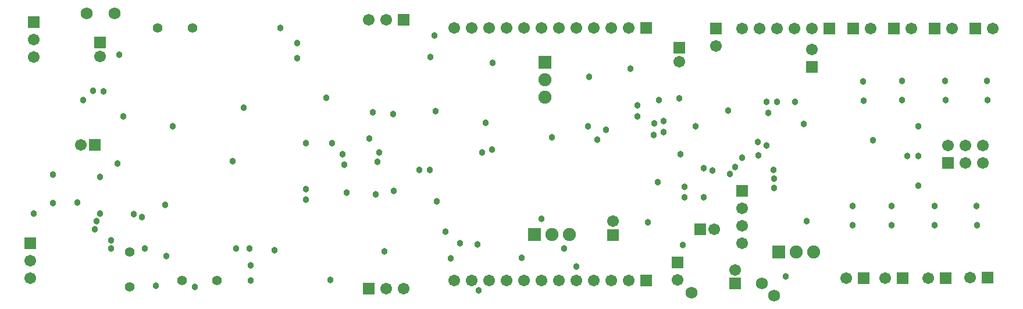
<source format=gbs>
G04*
G04 #@! TF.GenerationSoftware,Altium Limited,Altium Designer,18.1.9 (240)*
G04*
G04 Layer_Color=16711935*
%FSLAX25Y25*%
%MOIN*%
G70*
G01*
G75*
%ADD31C,0.06800*%
%ADD32C,0.07493*%
%ADD33R,0.07493X0.07493*%
%ADD34R,0.06706X0.06706*%
%ADD35C,0.06706*%
%ADD36R,0.06706X0.06706*%
%ADD37R,0.07493X0.07493*%
%ADD38C,0.05524*%
%ADD39C,0.03800*%
D31*
X59000Y170000D02*
D03*
X43000D02*
D03*
X389350Y10000D02*
D03*
X437000Y8264D02*
D03*
X429783Y15264D02*
D03*
D32*
X459500Y33264D02*
D03*
X449500D02*
D03*
X319500Y43264D02*
D03*
X309500D02*
D03*
X305500Y121843D02*
D03*
Y131843D02*
D03*
D33*
X439500Y33264D02*
D03*
X299500Y43264D02*
D03*
D34*
X536500Y84264D02*
D03*
X47500Y94764D02*
D03*
X224500Y166264D02*
D03*
X204500Y12264D02*
D03*
X488137Y18264D02*
D03*
X510500D02*
D03*
X535126D02*
D03*
X559314Y18524D02*
D03*
X528689Y161264D02*
D03*
X552315D02*
D03*
X482225D02*
D03*
X505450D02*
D03*
X394610Y46264D02*
D03*
X468500Y161264D02*
D03*
X363500Y161764D02*
D03*
Y17067D02*
D03*
D35*
X536500Y94264D02*
D03*
X546500Y84264D02*
D03*
Y94264D02*
D03*
X556500Y84264D02*
D03*
Y94264D02*
D03*
X344500Y51012D02*
D03*
X12500Y145014D02*
D03*
Y155014D02*
D03*
X50500Y145390D02*
D03*
X39626Y94764D02*
D03*
X10500Y18264D02*
D03*
Y28264D02*
D03*
X204500Y166264D02*
D03*
X214500D02*
D03*
X224500Y12264D02*
D03*
X214500D02*
D03*
X478137Y18264D02*
D03*
X500500D02*
D03*
X525126D02*
D03*
X549314Y18524D02*
D03*
X538689Y161264D02*
D03*
X562315D02*
D03*
X492225D02*
D03*
X515450D02*
D03*
X381500Y17264D02*
D03*
X414500Y23138D02*
D03*
X402484Y46264D02*
D03*
X458500Y149264D02*
D03*
X418500Y161264D02*
D03*
X428500D02*
D03*
X438500D02*
D03*
X448500D02*
D03*
X458500D02*
D03*
X403500Y151264D02*
D03*
X382500Y142390D02*
D03*
X418500Y58264D02*
D03*
Y48264D02*
D03*
Y38264D02*
D03*
X353500Y161764D02*
D03*
X343500D02*
D03*
X333500D02*
D03*
X323500D02*
D03*
X313500D02*
D03*
X303500D02*
D03*
X293500D02*
D03*
X283500D02*
D03*
X273500D02*
D03*
X263500D02*
D03*
X253500D02*
D03*
X353500Y17067D02*
D03*
X343500D02*
D03*
X333500D02*
D03*
X323500D02*
D03*
X313500D02*
D03*
X303500D02*
D03*
X293500D02*
D03*
X283500D02*
D03*
X273500D02*
D03*
X263500D02*
D03*
X253500D02*
D03*
D36*
X344500Y43138D02*
D03*
X12500Y165014D02*
D03*
X50500Y153264D02*
D03*
X10500Y38264D02*
D03*
X381500Y27264D02*
D03*
X414500Y15264D02*
D03*
X458500Y139264D02*
D03*
X403500Y161264D02*
D03*
X382500Y150264D02*
D03*
X418500Y68264D02*
D03*
D37*
X305500Y141842D02*
D03*
D38*
X67500Y33264D02*
D03*
Y13264D02*
D03*
X83579Y161764D02*
D03*
X103579D02*
D03*
X97500Y17067D02*
D03*
X117500D02*
D03*
D39*
X453818Y106752D02*
D03*
X330961Y133500D02*
D03*
X242750Y114095D02*
D03*
X180250Y121750D02*
D03*
X105000Y13250D02*
D03*
X87750Y60177D02*
D03*
X133000Y116114D02*
D03*
X436695Y70000D02*
D03*
X37500Y61559D02*
D03*
X76174Y35264D02*
D03*
X368089Y107000D02*
D03*
X368000Y100480D02*
D03*
X414500Y82102D02*
D03*
X553064Y48783D02*
D03*
X528814D02*
D03*
X504250Y48524D02*
D03*
X482000D02*
D03*
X552689Y59784D02*
D03*
X528876Y59524D02*
D03*
X504250D02*
D03*
X482000D02*
D03*
X559112Y120264D02*
D03*
X558939Y131264D02*
D03*
X535064Y120264D02*
D03*
X488137Y120004D02*
D03*
X488012Y131004D02*
D03*
X510326Y131264D02*
D03*
X256953Y38406D02*
D03*
X292250Y30000D02*
D03*
X57000Y35264D02*
D03*
X218650Y112264D02*
D03*
X218799Y68264D02*
D03*
X443500Y19264D02*
D03*
X41000Y120413D02*
D03*
X63850Y111000D02*
D03*
X70000Y55060D02*
D03*
X12500Y55309D02*
D03*
X57000Y40000D02*
D03*
X88625Y30959D02*
D03*
X150500Y34390D02*
D03*
X316500Y35264D02*
D03*
X323500Y25004D02*
D03*
X303500Y52264D02*
D03*
X47500Y46390D02*
D03*
X48500Y51012D02*
D03*
X82500Y14014D02*
D03*
X438500Y119264D02*
D03*
X432500D02*
D03*
X436695Y75264D02*
D03*
X436374Y80264D02*
D03*
X455500Y51012D02*
D03*
X493500Y97264D02*
D03*
X396500Y64559D02*
D03*
X385500D02*
D03*
X163500Y144441D02*
D03*
X136965Y17067D02*
D03*
X136161Y35193D02*
D03*
X385500Y70809D02*
D03*
X433500Y113122D02*
D03*
X410358Y114239D02*
D03*
X391769Y105427D02*
D03*
X370800Y120164D02*
D03*
X382500Y121264D02*
D03*
X383324Y89257D02*
D03*
X358500Y117264D02*
D03*
X432500Y94226D02*
D03*
X427500Y96264D02*
D03*
X373500Y108264D02*
D03*
X354587Y138264D02*
D03*
X358500Y111014D02*
D03*
X396600Y81264D02*
D03*
X401400Y79825D02*
D03*
X411500Y77845D02*
D03*
X427927Y88710D02*
D03*
X370142Y73264D02*
D03*
X275500Y141514D02*
D03*
X267500Y11264D02*
D03*
X204976Y98264D02*
D03*
X128591Y35193D02*
D03*
X192000Y67264D02*
D03*
X242331Y157264D02*
D03*
X240000Y145014D02*
D03*
X153921Y161764D02*
D03*
X52500Y125264D02*
D03*
X418500Y87433D02*
D03*
X364500Y50264D02*
D03*
X384669Y37264D02*
D03*
X233375Y80264D02*
D03*
X168500Y95701D02*
D03*
Y69453D02*
D03*
X251500Y29524D02*
D03*
X266953Y37619D02*
D03*
X269500Y90264D02*
D03*
X275200Y91864D02*
D03*
X340500Y103279D02*
D03*
X335500Y97553D02*
D03*
X309500Y99139D02*
D03*
X330047Y105427D02*
D03*
X373500Y102017D02*
D03*
X61500Y146264D02*
D03*
X92240Y105307D02*
D03*
X60500Y83965D02*
D03*
X46500Y125701D02*
D03*
X23500Y61310D02*
D03*
Y77809D02*
D03*
X50500Y76264D02*
D03*
Y55309D02*
D03*
X74500Y53264D02*
D03*
X163500Y153102D02*
D03*
X182500Y17264D02*
D03*
X136965Y25728D02*
D03*
X213500Y33728D02*
D03*
X448863Y119264D02*
D03*
X519520Y105327D02*
D03*
X519500Y88311D02*
D03*
X519520Y71284D02*
D03*
X513250Y88311D02*
D03*
X534939Y131264D02*
D03*
X510326Y120264D02*
D03*
X271480Y107217D02*
D03*
X248500Y45014D02*
D03*
X243500Y62264D02*
D03*
X239625Y80264D02*
D03*
X126563Y85201D02*
D03*
X168500Y63153D02*
D03*
X183500Y95701D02*
D03*
X210500Y90264D02*
D03*
X209500Y85114D02*
D03*
X208500Y66358D02*
D03*
X206685Y113264D02*
D03*
X190500Y83264D02*
D03*
X189500Y89264D02*
D03*
M02*

</source>
